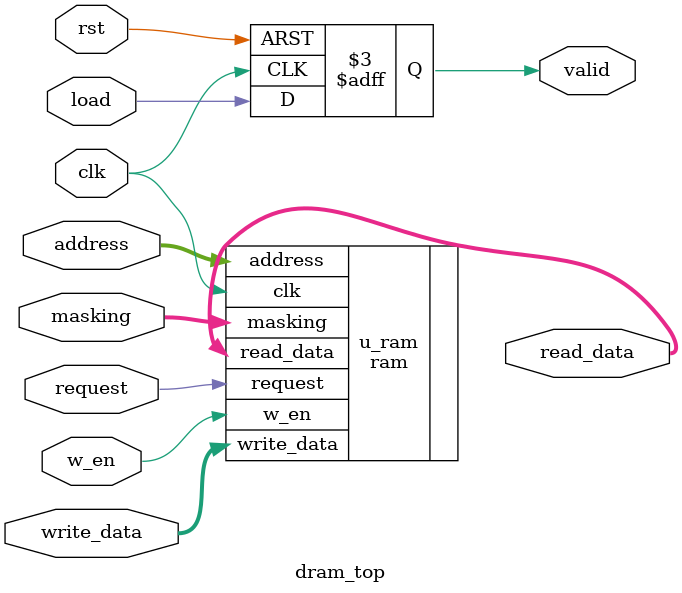
<source format=v>
module dram_top #(
    parameter INIT_MEM = 0
)(
    input wire         rst,
    input wire         load,
    input wire         request,
    input wire         clk,
    input wire         w_en,
    input wire  [7:0]  address,
    input wire  [31:0] write_data,
    input wire  [3:0]  masking,

    output reg         valid,
    output wire [31:0] read_data
);

    always @(posedge clk or negedge rst ) begin
        if(!rst)begin
            valid <= 0;
        end
        else begin
            valid <= load;
        end
    end

    ram #(
        .INIT_MEM(INIT_MEM)
    ) u_ram(
        .clk(clk),
        .address(address),
        .w_en(w_en),
        .request(request),
        .write_data(write_data),
        .masking(masking),

        .read_data(read_data)
    );
endmodule
</source>
